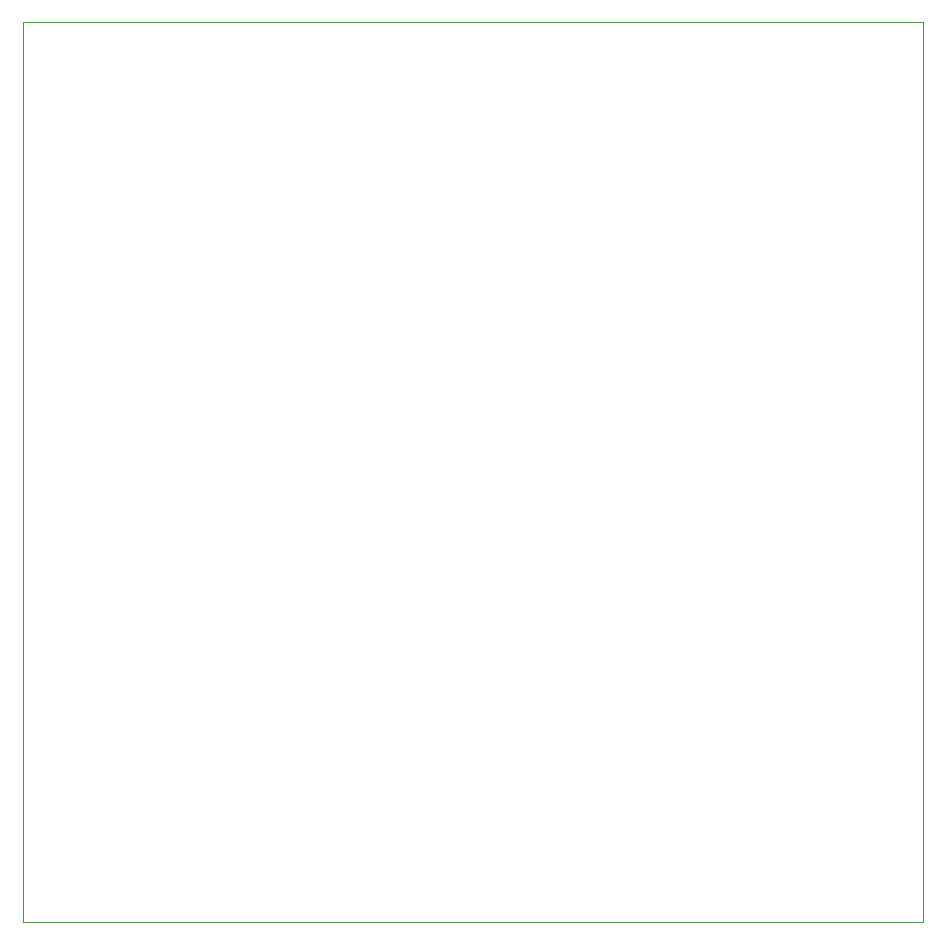
<source format=gbr>
G04 #@! TF.GenerationSoftware,KiCad,Pcbnew,(5.1.5)-3*
G04 #@! TF.CreationDate,2021-03-21T22:58:17-03:00*
G04 #@! TF.ProjectId,4164-41256 Tester,34313634-2d34-4313-9235-362054657374,rev?*
G04 #@! TF.SameCoordinates,Original*
G04 #@! TF.FileFunction,Profile,NP*
%FSLAX46Y46*%
G04 Gerber Fmt 4.6, Leading zero omitted, Abs format (unit mm)*
G04 Created by KiCad (PCBNEW (5.1.5)-3) date 2021-03-21 22:58:17*
%MOMM*%
%LPD*%
G04 APERTURE LIST*
%ADD10C,0.050000*%
G04 APERTURE END LIST*
D10*
X146050000Y-149225000D02*
X69850000Y-149225000D01*
X146050000Y-73025000D02*
X146050000Y-149225000D01*
X69850000Y-73025000D02*
X146050000Y-73025000D01*
X69850000Y-149225000D02*
X69850000Y-73025000D01*
M02*

</source>
